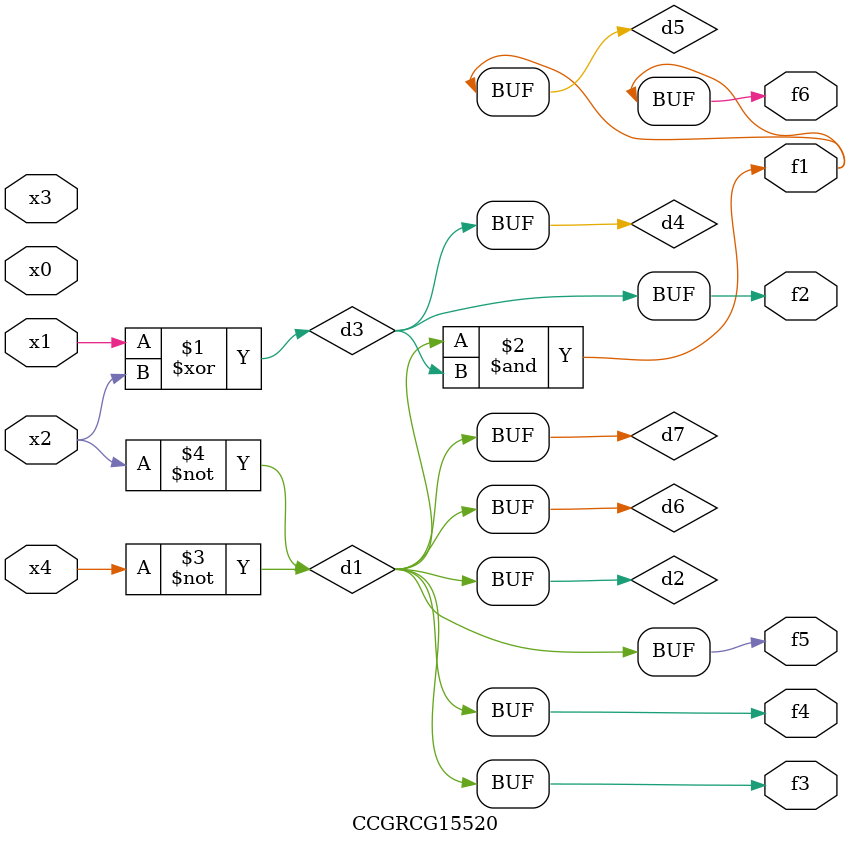
<source format=v>
module CCGRCG15520(
	input x0, x1, x2, x3, x4,
	output f1, f2, f3, f4, f5, f6
);

	wire d1, d2, d3, d4, d5, d6, d7;

	not (d1, x4);
	not (d2, x2);
	xor (d3, x1, x2);
	buf (d4, d3);
	and (d5, d1, d3);
	buf (d6, d1, d2);
	buf (d7, d2);
	assign f1 = d5;
	assign f2 = d4;
	assign f3 = d7;
	assign f4 = d7;
	assign f5 = d7;
	assign f6 = d5;
endmodule

</source>
